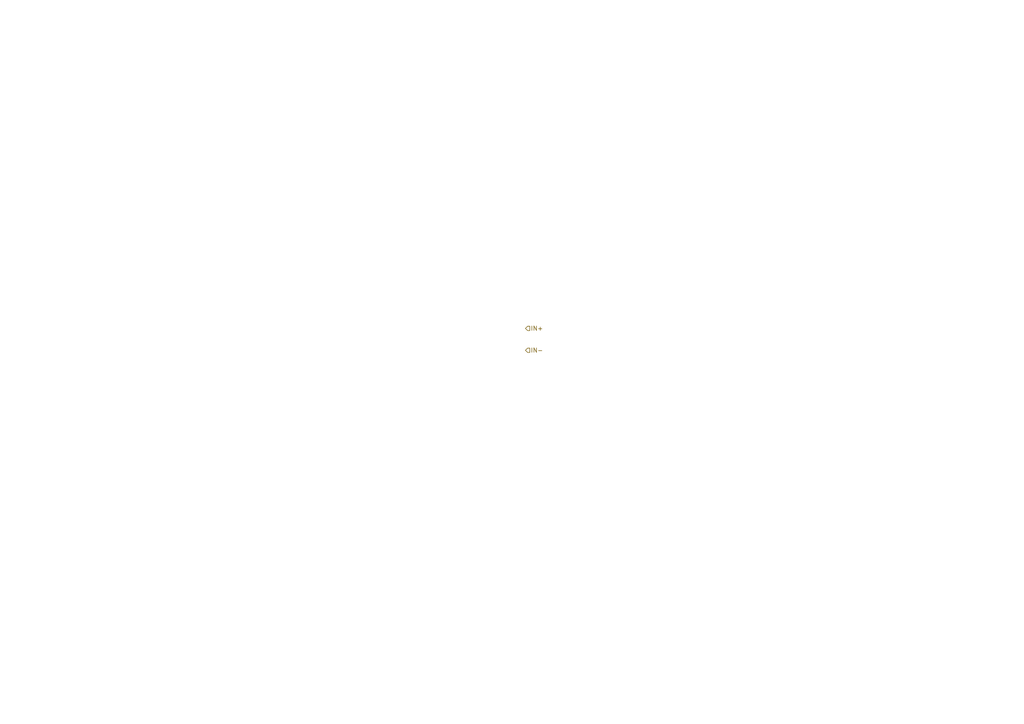
<source format=kicad_sch>
(kicad_sch
	(version 20250114)
	(generator "eeschema")
	(generator_version "9.0")
	(uuid "e5298583-8e42-4c71-ae3e-afd5a8b511c6")
	(paper "A4")
	(lib_symbols)
	(hierarchical_label "IN+"
		(shape input)
		(at 152.4 95.25 0)
		(effects
			(font
				(size 1.27 1.27)
			)
			(justify left)
		)
		(uuid "0e372122-d6b5-42fe-9bcd-dab5f1779981")
	)
	(hierarchical_label "IN-"
		(shape input)
		(at 152.4 101.6 0)
		(effects
			(font
				(size 1.27 1.27)
			)
			(justify left)
		)
		(uuid "7452bcea-06f4-4865-b6bb-67f1204cd8bf")
	)
)

</source>
